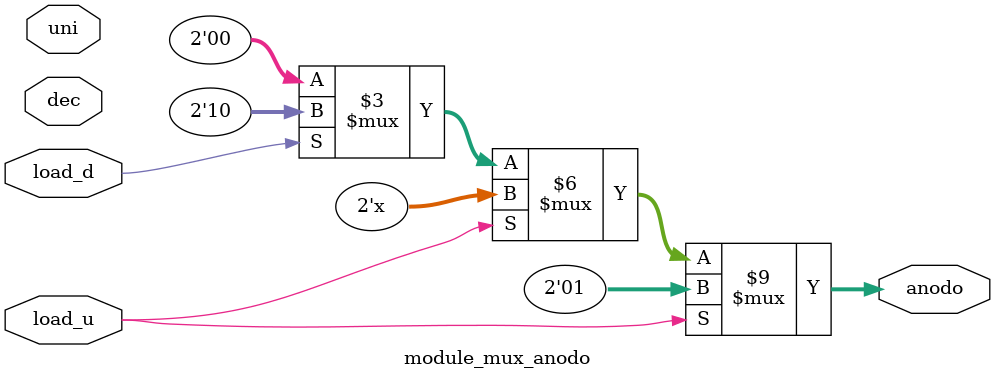
<source format=sv>
module module_mux_anodo(
    input logic [3:0] uni,
    input logic [3:0] dec,
    input logic load_u,
    input logic load_d,
    output logic [1:0] anodo
);
always_comb begin
    if (load_u) begin
        anodo = 2'b01; // Selecciona el dígito de las unidades
    end
    else if (load_d) begin
        anodo = 2'b10; // Selecciona el dígito de las decenas
    end 
    else begin
        anodo = 2'b00; // Ningún dígito seleccionado
    end
end
endmodule
</source>
